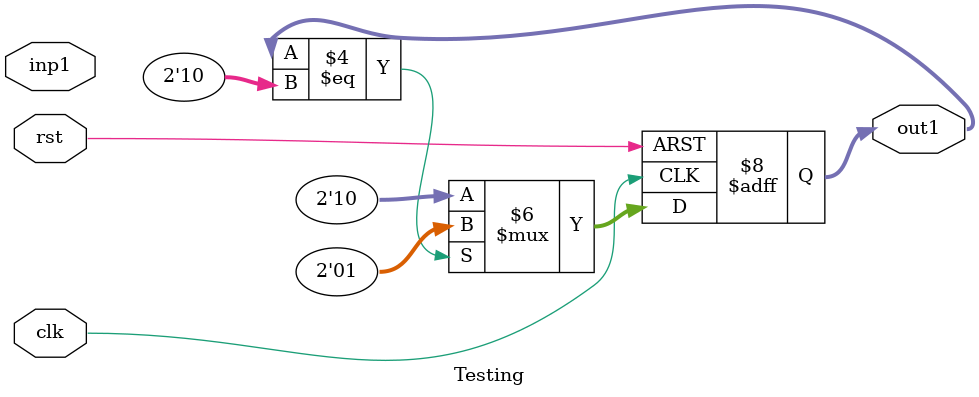
<source format=sv>
module Testing(
input logic clk,
input logic rst,
input logic inp1,
output logic [1:0]out1);


always_ff @(posedge clk or negedge rst) begin
	if(rst == 0) begin: reset
		out1 <= 2'b11;
	end: reset
	else 
	if(clk == 1) begin : sequentialLogic
		if(out1 == 2'b10)
			out1 <= 2'b01;
		else
			out1 <= 2'b10;
	end : sequentialLogic
end

endmodule
</source>
